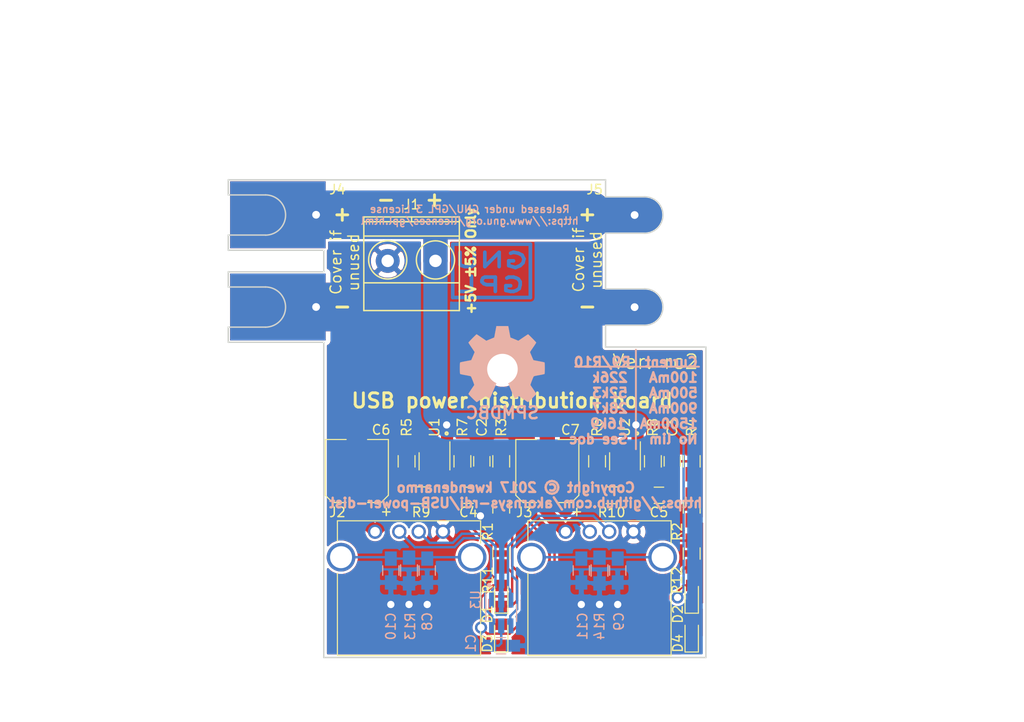
<source format=kicad_pcb>
(kicad_pcb (version 4) (host pcbnew 4.0.7-e2-6376~58~ubuntu16.04.1)
  (title_block (title "USB power dist") (date 2017-05-27) (rev rc1) (company Akornsys-rdi) (comment 1 https://github.com/akornsys-rdi/USB-power-dist) (comment 3 "Copyright © 201 kwendenarmo") (comment 4 "Released under GNU/GPL 3 License https://www.gnu.org/licenses/gpl.html"))
  (layers (0 F.Cu signal) (31 B.Cu signal) (34 B.Paste user) (35 F.Paste user) (36 B.SilkS user) (37 F.SilkS user) (38 B.Mask user) (39 F.Mask user) (44 Edge.Cuts user))
  (net 0 "")
  (net 1 +5V)
  (net 2 GND)
  (net 3 "Net-(C4-Pad1)")
  (net 4 "Net-(C5-Pad1)")
  (net 5 "Net-(C10-Pad1)")
  (net 6 "Net-(C11-Pad1)")
  (net 7 "Net-(D1-Pad1)")
  (net 8 "Net-(D2-Pad1)")
  (net 9 "Net-(D3-Pad2)")
  (net 10 "Net-(D4-Pad2)")
  (net 11 "Net-(J2-Pad3)")
  (net 12 "Net-(J2-Pad2)")
  (net 13 "Net-(J3-Pad3)")
  (net 14 "Net-(J3-Pad2)")
  (net 15 "Net-(R1-Pad1)")
  (net 16 "Net-(R2-Pad1)")
  (net 17 "Net-(R5-Pad1)")
  (net 18 "Net-(R6-Pad1)")
  (net 19 "Net-(R9-Pad1)")
  (net 20 "Net-(R10-Pad1)")
  (module TO_SOT_Packages_SMD:SOT-23-6_Handsoldering (layer F.Cu) (at 144.526 110.49 270)
    (fp_text reference U1 (at -3.556 0 270) (layer F.SilkS))
    (fp_text value TPS2552D hide)
    (pad 1 smd rect (at -1.35 -0.95 270) (size 1.56 0.65) (layers F.Cu F.Paste F.Mask) (net 1 +5V))
    (pad 2 smd rect (at -1.35 0 270) (size 1.56 0.65) (layers F.Cu F.Paste F.Mask) (net 2 GND))
    (pad 3 smd rect (at -1.35 0.95 270) (size 1.56 0.65) (layers F.Cu F.Paste F.Mask) (net 17 "Net-(R5-Pad1)"))
    (pad 4 smd rect (at 1.35 0.95 270) (size 1.56 0.65) (layers F.Cu F.Paste F.Mask) (net 15 "Net-(R1-Pad1)"))
    (pad 6 smd rect (at 1.35 -0.95 270) (size 1.56 0.65) (layers F.Cu F.Paste F.Mask) (net 3 "Net-(C4-Pad1)"))
    (pad 5 smd rect (at 1.35 0 270) (size 1.56 0.65) (layers F.Cu F.Paste F.Mask) (net 19 "Net-(R9-Pad1)"))
  )
  (module Capacitors_SMD:C_0805_HandSoldering (layer F.Cu) (at 149.479 110.49 270)
    (fp_text reference C2 (at -3.556 0 270) (layer F.SilkS))
    (fp_text value 100nF hide)
    (pad 1 smd rect (at -1.25 0 270) (size 1.5 1.25) (layers F.Cu F.Paste F.Mask) (net 1 +5V))
    (pad 2 smd rect (at 1.25 0 270) (size 1.5 1.25) (layers F.Cu F.Paste F.Mask) (net 2 GND))
  )
  (module Wire_Connections_Bridges:WireConnection_2.50mmDrill_LargePad (layer F.Cu) (at 132.2578 84.1756 270)
    (fp_text reference J4 (at -2.1336 -2.1082 360) (layer F.SilkS))
    (fp_text value "CASC IN" hide)
    (pad 1 thru_hole rect (at 0.508 0.127 270) (size 7 10) (drill 0.8128 (offset 0 4)) (layers *.Cu *.Mask) (net 1 +5V))
    (pad 2 thru_hole rect (at 10.16 0.127 270) (size 7 10) (drill 0.8128 (offset 0 4)) (layers *.Cu *.Mask) (net 2 GND))
  )
  (module Capacitors_SMD:C_0805_HandSoldering (layer B.Cu) (at 151.491 129.794)
    (fp_text reference C1 (at -3.155 -0.254 90) (layer B.SilkS) (effects (justify mirror)))
    (fp_text value 100nF hide)
    (pad 1 smd rect (at -1.25 0) (size 1.5 1.25) (layers B.Cu B.Paste B.Mask) (net 1 +5V))
    (pad 2 smd rect (at 1.25 0) (size 1.5 1.25) (layers B.Cu B.Paste B.Mask) (net 2 GND))
  )
  (module Capacitors_SMD:C_0805_HandSoldering (layer F.Cu) (at 169.418 110.49 270)
    (fp_text reference C3 (at -3.556 0 270) (layer F.SilkS))
    (fp_text value 100nF hide)
    (pad 1 smd rect (at -1.25 0 270) (size 1.5 1.25) (layers F.Cu F.Paste F.Mask) (net 1 +5V))
    (pad 2 smd rect (at 1.25 0 270) (size 1.5 1.25) (layers F.Cu F.Paste F.Mask) (net 2 GND))
  )
  (module Capacitors_SMD:C_0805_HandSoldering (layer F.Cu) (at 148.082 114.046)
    (fp_text reference C4 (at 0 1.778) (layer F.SilkS))
    (fp_text value 100nF hide)
    (pad 1 smd rect (at -1.25 0) (size 1.5 1.25) (layers F.Cu F.Paste F.Mask) (net 3 "Net-(C4-Pad1)"))
    (pad 2 smd rect (at 1.25 0) (size 1.5 1.25) (layers F.Cu F.Paste F.Mask) (net 2 GND))
  )
  (module Capacitors_SMD:C_0805_HandSoldering (layer F.Cu) (at 168.021 114.046)
    (fp_text reference C5 (at 0 1.778) (layer F.SilkS))
    (fp_text value 100nF hide)
    (pad 1 smd rect (at -1.25 0) (size 1.5 1.25) (layers F.Cu F.Paste F.Mask) (net 4 "Net-(C5-Pad1)"))
    (pad 2 smd rect (at 1.25 0) (size 1.5 1.25) (layers F.Cu F.Paste F.Mask) (net 2 GND))
  )
  (module Capacitors_SMD:CP_Elec_6.3x5.3 (layer F.Cu) (at 136.398 111.506 90)
    (fp_text reference C6 (at 4.318 2.54 180) (layer F.SilkS))
    (fp_text value 100uF hide)
    (fp_text user + (at -4.28 3.01 90) (layer F.SilkS))
    (pad 1 smd rect (at -2.7 0 270) (size 3.5 1.6) (layers F.Cu F.Paste F.Mask) (net 3 "Net-(C4-Pad1)"))
    (pad 2 smd rect (at 2.7 0 270) (size 3.5 1.6) (layers F.Cu F.Paste F.Mask) (net 2 GND))
  )
  (module Capacitors_SMD:CP_Elec_6.3x5.3 (layer F.Cu) (at 156.337 111.506 90)
    (fp_text reference C7 (at 4.318 2.413 180) (layer F.SilkS))
    (fp_text value 100uF hide)
    (fp_text user + (at -4.28 3.01 90) (layer F.SilkS))
    (pad 1 smd rect (at -2.7 0 270) (size 3.5 1.6) (layers F.Cu F.Paste F.Mask) (net 4 "Net-(C5-Pad1)"))
    (pad 2 smd rect (at 2.7 0 270) (size 3.5 1.6) (layers F.Cu F.Paste F.Mask) (net 2 GND))
  )
  (module Capacitors_SMD:C_0805_HandSoldering (layer B.Cu) (at 143.764 121.92 270)
    (fp_text reference C8 (at 5.334 0 270) (layer B.SilkS) (effects (justify mirror)))
    (fp_text value 1nF hide)
    (pad 1 smd rect (at -1.25 0 270) (size 1.5 1.25) (layers B.Cu B.Paste B.Mask) (net 5 "Net-(C10-Pad1)"))
    (pad 2 smd rect (at 1.25 0 270) (size 1.5 1.25) (layers B.Cu B.Paste B.Mask) (net 2 GND))
  )
  (module Capacitors_SMD:C_0805_HandSoldering (layer B.Cu) (at 163.703 121.92 270)
    (fp_text reference C9 (at 5.334 -0.127 270) (layer B.SilkS) (effects (justify mirror)))
    (fp_text value 1nF hide)
    (pad 1 smd rect (at -1.25 0 270) (size 1.5 1.25) (layers B.Cu B.Paste B.Mask) (net 6 "Net-(C11-Pad1)"))
    (pad 2 smd rect (at 1.25 0 270) (size 1.5 1.25) (layers B.Cu B.Paste B.Mask) (net 2 GND))
  )
  (module Capacitors_SMD:C_0805_HandSoldering (layer B.Cu) (at 139.954 121.92 270)
    (fp_text reference C10 (at 5.842 0 270) (layer B.SilkS) (effects (justify mirror)))
    (fp_text value 100nF hide)
    (pad 1 smd rect (at -1.25 0 270) (size 1.5 1.25) (layers B.Cu B.Paste B.Mask) (net 5 "Net-(C10-Pad1)"))
    (pad 2 smd rect (at 1.25 0 270) (size 1.5 1.25) (layers B.Cu B.Paste B.Mask) (net 2 GND))
  )
  (module Capacitors_SMD:C_0805_HandSoldering (layer B.Cu) (at 159.893 121.92 270)
    (fp_text reference C11 (at 5.842 -0.127 270) (layer B.SilkS) (effects (justify mirror)))
    (fp_text value 100nF hide)
    (pad 1 smd rect (at -1.25 0 270) (size 1.5 1.25) (layers B.Cu B.Paste B.Mask) (net 6 "Net-(C11-Pad1)"))
    (pad 2 smd rect (at 1.25 0 270) (size 1.5 1.25) (layers B.Cu B.Paste B.Mask) (net 2 GND))
  )
  (module LEDs:LED_0805 (layer F.Cu) (at 151.511 124.587 90)
    (fp_text reference D1 (at -1.905 -1.45 90) (layer F.SilkS))
    (fp_text value RED hide)
    (pad 2 smd rect (at 1.1 0 270) (size 1.2 1.2) (layers F.Cu F.Paste F.Mask) (net 1 +5V))
    (pad 1 smd rect (at -1.1 0 270) (size 1.2 1.2) (layers F.Cu F.Paste F.Mask) (net 7 "Net-(D1-Pad1)"))
  )
  (module LEDs:LED_0805 (layer F.Cu) (at 171.45 124.587 90)
    (fp_text reference D2 (at -1.905 -1.45 90) (layer F.SilkS))
    (fp_text value RED hide)
    (pad 2 smd rect (at 1.1 0 270) (size 1.2 1.2) (layers F.Cu F.Paste F.Mask) (net 1 +5V))
    (pad 1 smd rect (at -1.1 0 270) (size 1.2 1.2) (layers F.Cu F.Paste F.Mask) (net 8 "Net-(D2-Pad1)"))
  )
  (module LEDs:LED_0805 (layer F.Cu) (at 151.511 128.651 90)
    (fp_text reference D3 (at -0.889 -1.45 90) (layer F.SilkS))
    (fp_text value BLUE hide)
    (pad 2 smd rect (at 1.1 0 270) (size 1.2 1.2) (layers F.Cu F.Paste F.Mask) (net 9 "Net-(D3-Pad2)"))
    (pad 1 smd rect (at -1.1 0 270) (size 1.2 1.2) (layers F.Cu F.Paste F.Mask) (net 2 GND))
  )
  (module LEDs:LED_0805 (layer F.Cu) (at 171.45 128.651 90)
    (fp_text reference D4 (at -0.889 -1.45 90) (layer F.SilkS))
    (fp_text value BLUE hide)
    (pad 2 smd rect (at 1.1 0 270) (size 1.2 1.2) (layers F.Cu F.Paste F.Mask) (net 10 "Net-(D4-Pad2)"))
    (pad 1 smd rect (at -1.1 0 270) (size 1.2 1.2) (layers F.Cu F.Paste F.Mask) (net 2 GND))
  )
  (module Connect:USB_A (layer F.Cu) (at 138.303 117.856)
    (fp_text reference J2 (at -3.937 -2.032) (layer F.SilkS))
    (fp_text value USB_A hide)
    (pad 4 thru_hole circle (at 7.11 0 270) (size 1.5 1.5) (drill 1) (layers *.Cu *.Mask) (net 2 GND))
    (pad 3 thru_hole circle (at 4.57 0 270) (size 1.5 1.5) (drill 1) (layers *.Cu *.Mask) (net 11 "Net-(J2-Pad3)"))
    (pad 2 thru_hole circle (at 2.54 0 270) (size 1.5 1.5) (drill 1) (layers *.Cu *.Mask) (net 12 "Net-(J2-Pad2)"))
    (pad 1 thru_hole circle (at 0 0 270) (size 1.5 1.5) (drill 1) (layers *.Cu *.Mask) (net 3 "Net-(C4-Pad1)"))
    (pad 5 thru_hole circle (at 10.16 2.67 270) (size 3 3) (drill 2.3) (layers *.Cu *.Mask) (net 5 "Net-(C10-Pad1)"))
    (pad 5 thru_hole circle (at -3.56 2.67 270) (size 3 3) (drill 2.3) (layers *.Cu *.Mask) (net 5 "Net-(C10-Pad1)"))
  )
  (module Connect:USB_A (layer F.Cu) (at 158.242 117.856)
    (fp_text reference J3 (at -4.318 -2.032) (layer F.SilkS))
    (fp_text value USB_A hide)
    (pad 4 thru_hole circle (at 7.11 0 270) (size 1.5 1.5) (drill 1) (layers *.Cu *.Mask) (net 2 GND))
    (pad 3 thru_hole circle (at 4.57 0 270) (size 1.5 1.5) (drill 1) (layers *.Cu *.Mask) (net 13 "Net-(J3-Pad3)"))
    (pad 2 thru_hole circle (at 2.54 0 270) (size 1.5 1.5) (drill 1) (layers *.Cu *.Mask) (net 14 "Net-(J3-Pad2)"))
    (pad 1 thru_hole circle (at 0 0 270) (size 1.5 1.5) (drill 1) (layers *.Cu *.Mask) (net 4 "Net-(C5-Pad1)"))
    (pad 5 thru_hole circle (at 10.16 2.67 270) (size 3 3) (drill 2.3) (layers *.Cu *.Mask) (net 6 "Net-(C11-Pad1)"))
    (pad 5 thru_hole circle (at -3.56 2.67 270) (size 3 3) (drill 2.3) (layers *.Cu *.Mask) (net 6 "Net-(C11-Pad1)"))
  )
  (module Wire_Connections_Bridges:WireConnection_2.50mmDrill_LargePad (layer F.Cu) (at 167.005 84.709 270)
    (fp_text reference J5 (at -2.667 5.715 360) (layer F.SilkS))
    (fp_text value "CASC OUT" hide)
    (pad 1 thru_hole oval (at 0 1.532 270) (size 3.8 6) (drill 0.8128) (layers *.Cu *.Mask) (net 1 +5V))
    (pad 2 thru_hole oval (at 9.643 1.532 270) (size 3.8 6) (drill 0.8128) (layers *.Cu *.Mask) (net 2 GND))
  )
  (module Resistors_SMD:R_0805_HandSoldering (layer F.Cu) (at 151.511 115.316 270)
    (fp_text reference R1 (at 2.54 1.397 450) (layer F.SilkS))
    (fp_text value 470R hide)
    (pad 1 smd rect (at -1.35 0 270) (size 1.5 1.3) (layers F.Cu F.Paste F.Mask) (net 15 "Net-(R1-Pad1)"))
    (pad 2 smd rect (at 1.35 0 270) (size 1.5 1.3) (layers F.Cu F.Paste F.Mask) (net 7 "Net-(D1-Pad1)"))
  )
  (module Resistors_SMD:R_0805_HandSoldering (layer F.Cu) (at 171.45 115.316 270)
    (fp_text reference R2 (at 2.54 1.524 450) (layer F.SilkS))
    (fp_text value 470R hide)
    (pad 1 smd rect (at -1.35 0 270) (size 1.5 1.3) (layers F.Cu F.Paste F.Mask) (net 16 "Net-(R2-Pad1)"))
    (pad 2 smd rect (at 1.35 0 270) (size 1.5 1.3) (layers F.Cu F.Paste F.Mask) (net 8 "Net-(D2-Pad1)"))
  )
  (module Resistors_SMD:R_0805_HandSoldering (layer F.Cu) (at 151.511 110.49 270)
    (fp_text reference R3 (at -3.556 0 450) (layer F.SilkS))
    (fp_text value 100k hide)
    (pad 1 smd rect (at -1.35 0 270) (size 1.5 1.3) (layers F.Cu F.Paste F.Mask) (net 1 +5V))
    (pad 2 smd rect (at 1.35 0 270) (size 1.5 1.3) (layers F.Cu F.Paste F.Mask) (net 15 "Net-(R1-Pad1)"))
  )
  (module Resistors_SMD:R_0805_HandSoldering (layer F.Cu) (at 171.45 110.49 270)
    (fp_text reference R4 (at -3.556 0 450) (layer F.SilkS))
    (fp_text value 100k hide)
    (pad 1 smd rect (at -1.35 0 270) (size 1.5 1.3) (layers F.Cu F.Paste F.Mask) (net 1 +5V))
    (pad 2 smd rect (at 1.35 0 270) (size 1.5 1.3) (layers F.Cu F.Paste F.Mask) (net 16 "Net-(R2-Pad1)"))
  )
  (module Resistors_SMD:R_0805_HandSoldering (layer F.Cu) (at 141.605 110.49 270)
    (fp_text reference R5 (at -3.556 0 270) (layer F.SilkS))
    (fp_text value 0R hide)
    (pad 1 smd rect (at -1.35 0 270) (size 1.5 1.3) (layers F.Cu F.Paste F.Mask) (net 17 "Net-(R5-Pad1)"))
    (pad 2 smd rect (at 1.35 0 270) (size 1.5 1.3) (layers F.Cu F.Paste F.Mask) (net 2 GND))
  )
  (module Resistors_SMD:R_0805_HandSoldering (layer F.Cu) (at 161.544 110.49 270)
    (fp_text reference R6 (at -3.556 0 270) (layer F.SilkS))
    (fp_text value 0R hide)
    (pad 1 smd rect (at -1.35 0 270) (size 1.5 1.3) (layers F.Cu F.Paste F.Mask) (net 18 "Net-(R6-Pad1)"))
    (pad 2 smd rect (at 1.35 0 270) (size 1.5 1.3) (layers F.Cu F.Paste F.Mask) (net 2 GND))
  )
  (module Resistors_SMD:R_0805_HandSoldering (layer F.Cu) (at 147.447 110.49 270)
    (fp_text reference R7 (at -3.556 0 270) (layer F.SilkS))
    (fp_text value 0R hide)
    (pad 1 smd rect (at -1.35 0 270) (size 1.5 1.3) (layers F.Cu F.Paste F.Mask) (net 1 +5V))
    (pad 2 smd rect (at 1.35 0 270) (size 1.5 1.3) (layers F.Cu F.Paste F.Mask) (net 3 "Net-(C4-Pad1)"))
  )
  (module Resistors_SMD:R_0805_HandSoldering (layer F.Cu) (at 167.386 110.49 270)
    (fp_text reference R8 (at -3.556 0 270) (layer F.SilkS))
    (fp_text value 0R hide)
    (pad 1 smd rect (at -1.35 0 270) (size 1.5 1.3) (layers F.Cu F.Paste F.Mask) (net 1 +5V))
    (pad 2 smd rect (at 1.35 0 270) (size 1.5 1.3) (layers F.Cu F.Paste F.Mask) (net 4 "Net-(C5-Pad1)"))
  )
  (module Resistors_SMD:R_0805_HandSoldering (layer F.Cu) (at 143.129 114.046 180)
    (fp_text reference R9 (at 0 -1.778 180) (layer F.SilkS))
    (fp_text value 16k9 hide)
    (pad 1 smd rect (at -1.35 0 180) (size 1.5 1.3) (layers F.Cu F.Paste F.Mask) (net 19 "Net-(R9-Pad1)"))
    (pad 2 smd rect (at 1.35 0 180) (size 1.5 1.3) (layers F.Cu F.Paste F.Mask) (net 2 GND))
  )
  (module Resistors_SMD:R_0805_HandSoldering (layer F.Cu) (at 163.068 114.046 180)
    (fp_text reference R10 (at 0 -1.778 180) (layer F.SilkS))
    (fp_text value 16k9 hide)
    (pad 1 smd rect (at -1.35 0 180) (size 1.5 1.3) (layers F.Cu F.Paste F.Mask) (net 20 "Net-(R10-Pad1)"))
    (pad 2 smd rect (at 1.35 0 180) (size 1.5 1.3) (layers F.Cu F.Paste F.Mask) (net 2 GND))
  )
  (module Resistors_SMD:R_0805_HandSoldering (layer F.Cu) (at 151.511 120.142 270)
    (fp_text reference R11 (at 2.794 1.397 450) (layer F.SilkS))
    (fp_text value 330R hide)
    (pad 1 smd rect (at -1.35 0 270) (size 1.5 1.3) (layers F.Cu F.Paste F.Mask) (net 3 "Net-(C4-Pad1)"))
    (pad 2 smd rect (at 1.35 0 270) (size 1.5 1.3) (layers F.Cu F.Paste F.Mask) (net 9 "Net-(D3-Pad2)"))
  )
  (module Resistors_SMD:R_0805_HandSoldering (layer F.Cu) (at 171.45 120.142 270)
    (fp_text reference R12 (at 2.794 1.524 450) (layer F.SilkS))
    (fp_text value 330R hide)
    (pad 1 smd rect (at -1.35 0 270) (size 1.5 1.3) (layers F.Cu F.Paste F.Mask) (net 4 "Net-(C5-Pad1)"))
    (pad 2 smd rect (at 1.35 0 270) (size 1.5 1.3) (layers F.Cu F.Paste F.Mask) (net 10 "Net-(D4-Pad2)"))
  )
  (module Resistors_SMD:R_0805_HandSoldering (layer B.Cu) (at 141.859 121.92 270)
    (fp_text reference R13 (at 5.842 -0.127 270) (layer B.SilkS) (effects (justify mirror)))
    (fp_text value 1M hide)
    (pad 1 smd rect (at -1.35 0 270) (size 1.5 1.3) (layers B.Cu B.Paste B.Mask) (net 5 "Net-(C10-Pad1)"))
    (pad 2 smd rect (at 1.35 0 270) (size 1.5 1.3) (layers B.Cu B.Paste B.Mask) (net 2 GND))
  )
  (module Resistors_SMD:R_0805_HandSoldering (layer B.Cu) (at 161.798 121.92 270)
    (fp_text reference R14 (at 5.842 0 270) (layer B.SilkS) (effects (justify mirror)))
    (fp_text value 1M hide)
    (pad 1 smd rect (at -1.35 0 270) (size 1.5 1.3) (layers B.Cu B.Paste B.Mask) (net 6 "Net-(C11-Pad1)"))
    (pad 2 smd rect (at 1.35 0 270) (size 1.5 1.3) (layers B.Cu B.Paste B.Mask) (net 2 GND))
  )
  (module TO_SOT_Packages_SMD:SOT-23-6_Handsoldering (layer F.Cu) (at 164.465 110.49 270)
    (fp_text reference U2 (at -3.556 0 270) (layer F.SilkS))
    (fp_text value TPS2552D hide)
    (pad 1 smd rect (at -1.35 -0.95 270) (size 1.56 0.65) (layers F.Cu F.Paste F.Mask) (net 1 +5V))
    (pad 2 smd rect (at -1.35 0 270) (size 1.56 0.65) (layers F.Cu F.Paste F.Mask) (net 2 GND))
    (pad 3 smd rect (at -1.35 0.95 270) (size 1.56 0.65) (layers F.Cu F.Paste F.Mask) (net 18 "Net-(R6-Pad1)"))
    (pad 4 smd rect (at 1.35 0.95 270) (size 1.56 0.65) (layers F.Cu F.Paste F.Mask) (net 16 "Net-(R2-Pad1)"))
    (pad 6 smd rect (at 1.35 -0.95 270) (size 1.56 0.65) (layers F.Cu F.Paste F.Mask) (net 4 "Net-(C5-Pad1)"))
    (pad 5 smd rect (at 1.35 0 270) (size 1.56 0.65) (layers F.Cu F.Paste F.Mask) (net 20 "Net-(R10-Pad1)"))
  )
  (module TO_SOT_Packages_SMD:SOT-23-6_Handsoldering (layer B.Cu) (at 151.511 126.365 270)
    (fp_text reference U3 (at -1.397 2.667 450) (layer B.SilkS) (effects (justify mirror)))
    (fp_text value TPS2513 hide)
    (pad 1 smd rect (at -1.35 0.95 270) (size 1.56 0.65) (layers B.Cu B.Paste B.Mask) (net 11 "Net-(J2-Pad3)"))
    (pad 2 smd rect (at -1.35 0 270) (size 1.56 0.65) (layers B.Cu B.Paste B.Mask) (net 2 GND))
    (pad 3 smd rect (at -1.35 -0.95 270) (size 1.56 0.65) (layers B.Cu B.Paste B.Mask) (net 13 "Net-(J3-Pad3)"))
    (pad 4 smd rect (at 1.35 -0.95 270) (size 1.56 0.65) (layers B.Cu B.Paste B.Mask) (net 14 "Net-(J3-Pad2)"))
    (pad 6 smd rect (at 1.35 0.95 270) (size 1.56 0.65) (layers B.Cu B.Paste B.Mask) (net 12 "Net-(J2-Pad2)"))
    (pad 5 smd rect (at 1.35 0 270) (size 1.56 0.65) (layers B.Cu B.Paste B.Mask) (net 1 +5V))
  )
  (module Mounting_Holes:MountingHole_3.2mm_M3_DIN965 (layer F.Cu) (at 151.638 100.838)
    (fp_text reference REF** hide)
    (fp_text value MountingHole_3.2mm_M3_DIN965 hide)
    (pad 1 np_thru_hole circle (at 0 0) (size 3.2 3.2) (drill 3.2) (layers *.Cu *.Mask))
  )
  (module Symbols:Symbol_GNU-GPL_CopperTop_Small (layer B.Cu) (at 150.495 90.805 180)
    (fp_text reference REF** hide)
    (fp_text value Symbol_GNU-GPL_CopperTop_Small hide)
    (fp_line (start 2.10058 -0.29972) (end 2.10058 -1.89992) (layer B.Cu) (width 0.381))
    (fp_line (start 2.10058 -1.89992) (end 3.29946 -1.89992) (layer B.Cu) (width 0.381))
    (fp_line (start -0.39878 -1.89992) (end -0.39878 -0.39878) (layer B.Cu) (width 0.381))
    (fp_line (start -0.39878 -0.39878) (end 0.50038 -0.39878) (layer B.Cu) (width 0.381))
    (fp_line (start 0.50038 -0.39878) (end 0.70104 -0.39878) (layer B.Cu) (width 0.381))
    (fp_line (start 0.70104 -0.39878) (end 0.89916 -0.50038) (layer B.Cu) (width 0.381))
    (fp_line (start 0.89916 -0.50038) (end 1.00076 -0.70104) (layer B.Cu) (width 0.381))
    (fp_line (start 1.00076 -0.70104) (end 1.00076 -0.89916) (layer B.Cu) (width 0.381))
    (fp_line (start 1.00076 -0.89916) (end 0.8001 -1.09982) (layer B.Cu) (width 0.381))
    (fp_line (start 0.8001 -1.09982) (end 0.50038 -1.19888) (layer B.Cu) (width 0.381))
    (fp_line (start 0.50038 -1.19888) (end -0.39878 -1.19888) (layer B.Cu) (width 0.381))
    (fp_line (start -1.6002 -0.50038) (end -1.80086 -0.39878) (layer B.Cu) (width 0.381))
    (fp_line (start -1.80086 -0.39878) (end -2.30124 -0.39878) (layer B.Cu) (width 0.381))
    (fp_line (start -2.30124 -0.39878) (end -2.60096 -0.50038) (layer B.Cu) (width 0.381))
    (fp_line (start -2.60096 -0.50038) (end -2.79908 -0.59944) (layer B.Cu) (width 0.381))
    (fp_line (start -2.79908 -0.59944) (end -2.99974 -0.89916) (layer B.Cu) (width 0.381))
    (fp_line (start -2.99974 -0.89916) (end -2.99974 -1.19888) (layer B.Cu) (width 0.381))
    (fp_line (start -2.99974 -1.19888) (end -2.90068 -1.6002) (layer B.Cu) (width 0.381))
    (fp_line (start -2.90068 -1.6002) (end -2.60096 -1.80086) (layer B.Cu) (width 0.381))
    (fp_line (start -2.60096 -1.80086) (end -2.30124 -1.89992) (layer B.Cu) (width 0.381))
    (fp_line (start -2.30124 -1.89992) (end -1.99898 -1.89992) (layer B.Cu) (width 0.381))
    (fp_line (start -1.99898 -1.89992) (end -1.50114 -1.80086) (layer B.Cu) (width 0.381))
    (fp_line (start -1.50114 -1.80086) (end -1.50114 -1.30048) (layer B.Cu) (width 0.381))
    (fp_line (start -1.50114 -1.30048) (end -1.99898 -1.30048) (layer B.Cu) (width 0.381))
    (fp_line (start 1.80086 2.19964) (end 1.80086 0.89916) (layer B.Cu) (width 0.381))
    (fp_line (start 1.80086 0.89916) (end 2.10058 0.70104) (layer B.Cu) (width 0.381))
    (fp_line (start 2.10058 0.70104) (end 2.4003 0.70104) (layer B.Cu) (width 0.381))
    (fp_line (start 2.4003 0.70104) (end 2.79908 0.70104) (layer B.Cu) (width 0.381))
    (fp_line (start 2.79908 0.70104) (end 3.0988 0.8001) (layer B.Cu) (width 0.381))
    (fp_line (start 3.0988 0.8001) (end 3.29946 0.89916) (layer B.Cu) (width 0.381))
    (fp_line (start 3.29946 0.89916) (end 3.29946 2.19964) (layer B.Cu) (width 0.381))
    (fp_line (start -0.8001 0.70104) (end -0.8001 2.19964) (layer B.Cu) (width 0.381))
    (fp_line (start -0.8001 2.19964) (end 0.70104 0.70104) (layer B.Cu) (width 0.381))
    (fp_line (start 0.70104 0.70104) (end 0.70104 2.19964) (layer B.Cu) (width 0.381))
    (fp_line (start -1.99898 2.10058) (end -2.30124 2.19964) (layer B.Cu) (width 0.381))
    (fp_line (start -2.30124 2.19964) (end -2.79908 2.10058) (layer B.Cu) (width 0.381))
    (fp_line (start -2.79908 2.10058) (end -3.2004 1.89992) (layer B.Cu) (width 0.381))
    (fp_line (start -3.2004 1.89992) (end -3.40106 1.50114) (layer B.Cu) (width 0.381))
    (fp_line (start -3.40106 1.50114) (end -3.29946 1.09982) (layer B.Cu) (width 0.381))
    (fp_line (start -3.29946 1.09982) (end -2.99974 0.8001) (layer B.Cu) (width 0.381))
    (fp_line (start -2.99974 0.8001) (end -2.49936 0.59944) (layer B.Cu) (width 0.381))
    (fp_line (start -2.49936 0.59944) (end -1.80086 0.8001) (layer B.Cu) (width 0.381))
    (fp_line (start -1.80086 0.8001) (end -1.80086 1.30048) (layer B.Cu) (width 0.381))
    (fp_line (start -1.80086 1.30048) (end -2.30124 1.30048) (layer B.Cu) (width 0.381))
    (fp_line (start -4.064 3.048) (end 4.064 3.048) (layer B.Cu) (width 0.381))
    (fp_line (start 4.064 3.048) (end 4.064 -2.54) (layer B.Cu) (width 0.381))
    (fp_line (start 4.064 -2.54) (end -4.064 -2.54) (layer B.Cu) (width 0.381))
    (fp_line (start -4.064 -2.54) (end -4.064 3.048) (layer B.Cu) (width 0.381))
  )
  (module Symbols:OSHW-Symbol_8.9x8mm_SilkScreen (layer B.Cu) (at 151.638 100.33 180)
    (fp_text reference REF*** hide)
    (fp_text value OSHW-Symbol_8.9x8mm_SilkScreen hide)
  )
  (module Terminal_Blocks:TerminalBlock_Pheonix_MKDS1.5-2pol (layer F.Cu) (at 144.6276 89.5096 180)
    (fp_text reference J1 (at 2.5 5.9 180) (layer F.SilkS))
    (fp_text value "POWER IN")
    (pad 1 thru_hole rect (at 0 0 180) (size 2.5 2.5) (drill 1.3) (layers *.Cu *.Mask) (net 1 +5V))
    (pad 2 thru_hole circle (at 5 0 180) (size 2.5 2.5) (drill 1.3) (layers *.Cu *.Mask) (net 2 GND))
  )
  (gr_text "Ver. rc2" (at 167.64 100.076) (layer F.SilkS) (effects (font (size 1.5 1.5))))
  (gr_line (start 165.608 98.806) (end 165.608 109.22) (layer B.SilkS) (width 0.2))
  (gr_line (start 172.212 100.584) (end 159.258 100.584) (layer B.SilkS) (width 0.2))
  (gr_circle (center 150.241 123.444) (end 150.368 123.444) (layer B.SilkS) (width 0.2))
  (gr_text "Current  R9/R10\n100mA   226k\n500mA   52k3\n900mA   28k7\n1500mA  16k9\nNo lim   See doc" (at 172.212 104.14) (layer B.SilkS) (effects (font (size 1 1) (thickness 0.25)) (justify left mirror)))
  (gr_circle (center 165.735 107.569) (end 165.862 107.569) (layer F.SilkS) (width 0.2))
  (gr_circle (center 145.796 107.569) (end 145.923 107.569) (layer F.SilkS) (width 0.2))
  (gr_text SPMDBC (at 151.638 105.41) (layer B.SilkS) (effects (font (size 1.25 1.25) (thickness 0.25)) (justify mirror)))
  (gr_text "Copyright © 2017 kwendenarmo\nhttps://github.com/akornsys-rdi/USB-power-dist" (at 153.035 114.046) (layer B.SilkS) (effects (font (size 1 1) (thickness 0.25)) (justify mirror)))
  (gr_text "Released under GNU/GPL 3 License\nhttps://www.gnu.org/licenses/gpl.html" (at 148.209 84.709) (layer B.SilkS) (effects (font (size 0.762 0.762)) (justify mirror)))
  (gr_text "USB power distribution board" (at 152.654 104.14) (layer F.SilkS) (effects (font (size 1.5 1.5) (thickness 0.3))))
  (gr_text - (at 139.446 83.058) (layer F.SilkS) (effects (font (size 1.5 1.5) (thickness 0.3))))
  (gr_text + (at 144.526 83.058) (layer F.SilkS) (effects (font (size 1.5 1.5) (thickness 0.3))))
  (gr_text "Cover if\nunused" (at 135.128 89.662 90) (layer F.SilkS) (effects (font (size 1.143 1.143))))
  (gr_text "+5V ±5% Only\n" (at 148.336 95.25 90) (layer F.SilkS) (effects (font (size 1 1) (thickness 0.25)) (justify left)))
  (gr_text "Cover if\nunused" (at 160.528 89.408 90) (layer F.SilkS) (effects (font (size 1.143 1.143))))
  (gr_text - (at 134.874 94.234) (layer F.SilkS) (effects (font (size 1.5 1.5) (thickness 0.3))))
  (gr_text + (at 134.874 84.582) (layer F.SilkS) (effects (font (size 1.5 1.5) (thickness 0.3))))
  (gr_text - (at 160.528 94.234) (layer F.SilkS) (effects (font (size 1.5 1.5) (thickness 0.3))))
  (gr_text + (at 160.528 84.582) (layer F.SilkS) (effects (font (size 1.5 1.5) (thickness 0.3))))
  (gr_line (start 162.433 96.243) (end 166.533 96.243) (layer Edge.Cuts) (width 0.15))
  (gr_line (start 162.433 98.526) (end 162.433 96.243) (layer Edge.Cuts) (width 0.15))
  (gr_line (start 162.433 92.443) (end 166.533 92.443) (layer Edge.Cuts) (width 0.15))
  (gr_line (start 162.433 86.606) (end 162.433 92.443) (layer Edge.Cuts) (width 0.15))
  (gr_line (start 166.533 86.606) (end 162.433 86.606) (layer Edge.Cuts) (width 0.15))
  (gr_line (start 162.433 82.806) (end 166.533 82.806) (layer Edge.Cuts) (width 0.15))
  (gr_line (start 162.433 81.026) (end 162.433 82.806) (layer Edge.Cuts) (width 0.15))
  (gr_arc (start 166.533 84.709) (end 166.533 82.806) (angle 180) (layer Edge.Cuts) (width 0.15))
  (gr_arc (start 166.533 94.343) (end 166.533 92.443) (angle 180) (layer Edge.Cuts) (width 0.15))
  (gr_line (start 122.936 96.443) (end 126.836 96.443) (layer Edge.Cuts) (width 0.15))
  (gr_line (start 122.936 98.026) (end 122.936 96.443) (layer Edge.Cuts) (width 0.15))
  (gr_line (start 122.936 92.243) (end 126.836 92.243) (layer Edge.Cuts) (width 0.15))
  (gr_line (start 122.936 90.66) (end 122.936 92.243) (layer Edge.Cuts) (width 0.15))
  (gr_line (start 122.936 86.806) (end 126.836 86.806) (layer Edge.Cuts) (width 0.15))
  (gr_line (start 122.936 88.392) (end 122.936 86.806) (layer Edge.Cuts) (width 0.15))
  (gr_line (start 122.936 82.606) (end 126.836 82.606) (layer Edge.Cuts) (width 0.15))
  (gr_line (start 122.936 81.026) (end 122.936 82.606) (layer Edge.Cuts) (width 0.15))
  (gr_arc (start 126.836 84.709) (end 126.836 82.606) (angle 180) (layer Edge.Cuts) (width 0.15))
  (gr_arc (start 126.836 94.343) (end 126.836 92.243) (angle 180) (layer Edge.Cuts) (width 0.15))
  (gr_line (start 162.433 98.526) (end 172.936 98.526) (angle 90) (layer Edge.Cuts) (width 0.15))
  (gr_line (start 122.936 81.026) (end 162.433 81.026) (angle 90) (layer Edge.Cuts) (width 0.15))
  (gr_line (start 172.936 131.026) (end 172.936 98.526) (angle 90) (layer Edge.Cuts) (width 0.15))
  (gr_line (start 132.936 131.026) (end 172.936 131.026) (angle 90) (layer Edge.Cuts) (width 0.15))
  (gr_line (start 132.936 98.026) (end 132.936 131.026) (angle 90) (layer Edge.Cuts) (width 0.15))
  (gr_line (start 122.936 98.026) (end 132.936 98.026) (angle 90) (layer Edge.Cuts) (width 0.15))
  (gr_line (start 132.936 90.66) (end 122.936 90.66) (angle 90) (layer Edge.Cuts) (width 0.15))
  (gr_line (start 132.936 88.392) (end 132.936 90.66) (angle 90) (layer Edge.Cuts) (width 0.15))
  (gr_line (start 122.936 88.392) (end 132.936 88.392) (angle 90) (layer Edge.Cuts) (width 0.15))
  (segment (start 169.965944 124.739764) (end 170.600943 124.104765) (width 0.254) (layer B.Cu) (net 1))
  (segment (start 170.600943 124.104765) (end 170.600943 108.116943) (width 0.254) (layer B.Cu) (net 1))
  (segment (start 170.600943 108.116943) (end 169.164 106.68) (width 0.254) (layer B.Cu) (net 1))
  (segment (start 169.164 106.68) (end 165.608 106.68) (width 0.254) (layer B.Cu) (net 1))
  (segment (start 144.6276 89.5096) (end 144.6276 105.5116) (width 2.54) (layer B.Cu) (net 1))
  (segment (start 144.6276 105.5116) (end 145.796 106.68) (width 2.54) (layer B.Cu) (net 1))
  (segment (start 165.608 106.68) (end 145.796 106.68) (width 2.54) (layer B.Cu) (net 1))
  (segment (start 165.782 109.14) (end 165.782 106.854) (width 1.27) (layer F.Cu) (net 1))
  (segment (start 165.782 106.854) (end 165.608 106.68) (width 1.27) (layer F.Cu) (net 1))
  (via (at 165.608 106.68) (size 1.27) (drill 0.762) (layers F.Cu B.Cu) (net 1))
  (segment (start 145.843 109.14) (end 145.843 106.727) (width 1.27) (layer F.Cu) (net 1))
  (segment (start 145.843 106.727) (end 145.796 106.68) (width 1.27) (layer F.Cu) (net 1))
  (via (at 145.796 106.68) (size 1.27) (drill 0.762) (layers F.Cu B.Cu) (net 1))
  (segment (start 149.397778 127.891267) (end 150.032777 128.526266) (width 0.254) (layer F.Cu) (net 1))
  (segment (start 150.032777 128.526266) (end 152.397734 128.526266) (width 0.254) (layer F.Cu) (net 1))
  (segment (start 152.397734 128.526266) (end 153.683999 127.240001) (width 0.254) (layer F.Cu) (net 1))
  (segment (start 153.683999 127.240001) (end 153.683999 125.030254) (width 0.254) (layer F.Cu) (net 1))
  (segment (start 153.683999 125.030254) (end 157.09107 121.623183) (width 0.254) (layer F.Cu) (net 1))
  (segment (start 157.09107 121.623183) (end 157.09107 119.532733) (width 0.254) (layer F.Cu) (net 1))
  (segment (start 152.190629 109.14) (end 151.511 109.14) (width 0.254) (layer F.Cu) (net 1))
  (segment (start 157.09107 119.532733) (end 152.682641 115.124304) (width 0.254) (layer F.Cu) (net 1))
  (segment (start 152.682641 115.124304) (end 152.682641 109.632012) (width 0.254) (layer F.Cu) (net 1))
  (segment (start 152.682641 109.632012) (end 152.190629 109.14) (width 0.254) (layer F.Cu) (net 1))
  (segment (start 147.447 109.14) (end 145.843 109.14) (width 1.27) (layer F.Cu) (net 1))
  (segment (start 147.447 109.14) (end 149.379 109.14) (width 1.27) (layer F.Cu) (net 1))
  (segment (start 149.379 109.14) (end 149.479 109.24) (width 1.27) (layer F.Cu) (net 1))
  (segment (start 151.511 109.14) (end 149.579 109.14) (width 1.27) (layer F.Cu) (net 1))
  (segment (start 149.579 109.14) (end 149.479 109.24) (width 1.27) (layer F.Cu) (net 1))
  (segment (start 167.386 109.14) (end 165.782 109.14) (width 1.27) (layer F.Cu) (net 1))
  (segment (start 167.386 109.14) (end 169.318 109.14) (width 1.27) (layer F.Cu) (net 1))
  (segment (start 169.318 109.14) (end 169.418 109.24) (width 1.27) (layer F.Cu) (net 1))
  (segment (start 171.45 109.14) (end 169.518 109.14) (width 1.27) (layer F.Cu) (net 1))
  (segment (start 169.518 109.14) (end 169.418 109.24) (width 1.27) (layer F.Cu) (net 1))
  (segment (start 132.1308 84.6836) (end 145.7706 84.6836) (width 5.08) (layer B.Cu) (net 1))
  (segment (start 132.1308 84.6836) (end 144.5514 84.6836) (width 5.08) (layer F.Cu) (net 1))
  (segment (start 165.973 84.709) (end 160.655 84.709) (width 3.81) (layer F.Cu) (net 1))
  (segment (start 144.6276 84.709) (end 160.655 84.709) (width 5.08) (layer F.Cu) (net 1))
  (segment (start 165.973 84.709) (end 160.655 84.709) (width 3.81) (layer B.Cu) (net 1))
  (segment (start 145.796 84.709) (end 160.655 84.709) (width 5.08) (layer B.Cu) (net 1))
  (segment (start 144.6276 89.5096) (end 144.6276 85.8774) (width 2.54) (layer B.Cu) (net 1))
  (segment (start 144.6276 89.5096) (end 144.6276 84.7598) (width 2.54) (layer F.Cu) (net 1))
  (segment (start 150.241 129.794) (end 150.241 129.655852) (width 0.254) (layer B.Cu) (net 1))
  (segment (start 150.241 129.655852) (end 149.397778 128.81263) (width 0.254) (layer B.Cu) (net 1))
  (segment (start 149.397778 128.81263) (end 149.397778 128.789292) (width 0.254) (layer B.Cu) (net 1))
  (segment (start 149.397778 128.789292) (end 149.397778 127.891267) (width 0.254) (layer B.Cu) (net 1))
  (segment (start 149.397778 126.993242) (end 149.397778 127.891267) (width 0.254) (layer F.Cu) (net 1))
  (segment (start 149.397778 124.746222) (end 149.397778 126.993242) (width 0.254) (layer F.Cu) (net 1))
  (segment (start 150.657 123.487) (end 149.397778 124.746222) (width 0.254) (layer F.Cu) (net 1))
  (segment (start 151.511 123.487) (end 150.657 123.487) (width 0.254) (layer F.Cu) (net 1))
  (via (at 149.397778 127.891267) (size 1.27) (drill 0.762) (layers F.Cu B.Cu) (net 1))
  (segment (start 169.965944 124.117056) (end 169.965944 124.739764) (width 0.254) (layer F.Cu) (net 1))
  (segment (start 170.596 123.487) (end 169.965944 124.117056) (width 0.254) (layer F.Cu) (net 1))
  (segment (start 171.45 123.487) (end 170.596 123.487) (width 0.254) (layer F.Cu) (net 1))
  (via (at 169.965944 124.739764) (size 1.27) (drill 0.762) (layers F.Cu B.Cu) (net 1))
  (segment (start 171.45 109.24) (end 171.45 109.14) (width 0.635) (layer F.Cu) (net 1))
  (segment (start 150.241 129.794) (end 151.245 129.794) (width 0.254) (layer B.Cu) (net 1))
  (segment (start 151.511 128.749) (end 151.511 127.715) (width 0.254) (layer B.Cu) (net 1))
  (segment (start 151.245 129.794) (end 151.511 129.528) (width 0.254) (layer B.Cu) (net 1))
  (segment (start 151.511 129.528) (end 151.511 128.749) (width 0.254) (layer B.Cu) (net 1))
  (segment (start 149.332 116.200199) (end 149.330626 116.201573) (width 0.254) (layer F.Cu) (net 2))
  (segment (start 149.454199 116.078) (end 149.330626 116.201573) (width 0.254) (layer B.Cu) (net 2))
  (segment (start 149.332 114.046) (end 149.332 116.200199) (width 0.254) (layer F.Cu) (net 2))
  (segment (start 149.606 116.078) (end 149.454199 116.078) (width 0.254) (layer B.Cu) (net 2))
  (via (at 149.330626 116.201573) (size 1.27) (drill 0.762) (layers F.Cu B.Cu) (net 2))
  (segment (start 132.1308 94.3356) (end 133.7056 94.3356) (width 5.08) (layer F.Cu) (net 2))
  (segment (start 132.1308 94.3356) (end 133.7056 94.3356) (width 5.08) (layer B.Cu) (net 2))
  (segment (start 165.973 94.361) (end 161.417 94.361) (width 3.81) (layer B.Cu) (net 2))
  (segment (start 165.973 94.361) (end 161.417 94.361) (width 3.81) (layer F.Cu) (net 2))
  (segment (start 161.798 125.476) (end 161.798 123.27) (width 0.508) (layer B.Cu) (net 2))
  (segment (start 163.703 125.476) (end 163.703 123.17) (width 0.508) (layer B.Cu) (net 2))
  (segment (start 161.798 125.476) (end 163.703 125.476) (width 1.27) (layer F.Cu) (net 2))
  (via (at 163.703 125.476) (size 1.27) (drill 0.762) (layers F.Cu B.Cu) (net 2))
  (via (at 161.798 125.476) (size 1.27) (drill 0.762) (layers F.Cu B.Cu) (net 2))
  (segment (start 159.893 125.476) (end 161.798 125.476) (width 1.27) (layer F.Cu) (net 2))
  (segment (start 159.893 123.17) (end 159.893 125.476) (width 0.508) (layer B.Cu) (net 2))
  (via (at 159.893 125.476) (size 1.27) (drill 0.762) (layers F.Cu B.Cu) (net 2))
  (segment (start 141.859 125.476) (end 141.859 123.27) (width 0.508) (layer B.Cu) (net 2))
  (segment (start 143.764 125.476) (end 143.764 123.17) (width 0.508) (layer B.Cu) (net 2))
  (segment (start 141.859 125.476) (end 143.764 125.476) (width 1.27) (layer F.Cu) (net 2))
  (via (at 143.764 125.476) (size 1.27) (drill 0.762) (layers F.Cu B.Cu) (net 2))
  (via (at 141.859 125.476) (size 1.27) (drill 0.762) (layers F.Cu B.Cu) (net 2))
  (segment (start 139.954 125.476) (end 141.859 125.476) (width 1.27) (layer F.Cu) (net 2))
  (segment (start 139.954 123.17) (end 139.954 125.476) (width 0.508) (layer B.Cu) (net 2))
  (via (at 139.954 125.476) (size 1.27) (drill 0.762) (layers F.Cu B.Cu) (net 2))
  (segment (start 147.447 111.84) (end 145.796165 111.84) (width 1.27) (layer F.Cu) (net 3))
  (segment (start 146.05 116.078) (end 146.177 115.951) (width 1.27) (layer F.Cu) (net 3))
  (segment (start 146.177 115.951) (end 146.832 115.296) (width 1.27) (layer F.Cu) (net 3))
  (segment (start 149.78 118.792) (end 146.939 115.951) (width 0.254) (layer F.Cu) (net 3))
  (segment (start 146.939 115.951) (end 146.177 115.951) (width 0.254) (layer F.Cu) (net 3))
  (segment (start 138.303 117.856) (end 140.081 116.078) (width 1.27) (layer F.Cu) (net 3))
  (segment (start 140.081 116.078) (end 146.05 116.078) (width 1.27) (layer F.Cu) (net 3))
  (segment (start 146.832 115.296) (end 146.832 114.046) (width 1.27) (layer F.Cu) (net 3))
  (segment (start 146.832 114.046) (end 146.832 112.114) (width 1.27) (layer F.Cu) (net 3))
  (segment (start 151.511 118.792) (end 149.78 118.792) (width 0.254) (layer F.Cu) (net 3))
  (segment (start 136.398 114.206) (end 136.398 115.951) (width 1.27) (layer F.Cu) (net 3))
  (segment (start 136.398 115.951) (end 138.303 117.856) (width 1.27) (layer F.Cu) (net 3))
  (segment (start 167.386 111.84) (end 165.732062 111.84) (width 1.27) (layer F.Cu) (net 4))
  (segment (start 165.732062 111.84) (end 165.731194 111.839132) (width 1.27) (layer F.Cu) (net 4))
  (segment (start 165.862 116.205) (end 166.116 115.951) (width 1.27) (layer F.Cu) (net 4))
  (segment (start 166.116 115.951) (end 166.771 115.296) (width 1.27) (layer F.Cu) (net 4))
  (segment (start 169.719 118.792) (end 166.878 115.951) (width 0.254) (layer F.Cu) (net 4))
  (segment (start 166.878 115.951) (end 166.116 115.951) (width 0.254) (layer F.Cu) (net 4))
  (segment (start 171.45 118.792) (end 169.719 118.792) (width 0.254) (layer F.Cu) (net 4))
  (segment (start 158.242 117.856) (end 159.893 116.205) (width 1.27) (layer F.Cu) (net 4))
  (segment (start 159.893 116.205) (end 165.862 116.205) (width 1.27) (layer F.Cu) (net 4))
  (segment (start 166.771 115.296) (end 166.771 114.046) (width 1.27) (layer F.Cu) (net 4))
  (segment (start 166.771 114.046) (end 166.771 112.114) (width 1.27) (layer F.Cu) (net 4))
  (segment (start 156.337 114.206) (end 156.337 115.951) (width 1.27) (layer F.Cu) (net 4))
  (segment (start 156.337 115.951) (end 158.242 117.856) (width 1.27) (layer F.Cu) (net 4))
  (segment (start 143.764 120.67) (end 141.959 120.67) (width 0.254) (layer B.Cu) (net 5))
  (segment (start 141.959 120.67) (end 141.859 120.57) (width 0.254) (layer B.Cu) (net 5))
  (segment (start 139.954 120.67) (end 141.759 120.67) (width 0.254) (layer B.Cu) (net 5))
  (segment (start 141.759 120.67) (end 141.859 120.57) (width 0.254) (layer B.Cu) (net 5))
  (segment (start 148.463 120.526) (end 143.908 120.526) (width 0.254) (layer B.Cu) (net 5))
  (segment (start 143.908 120.526) (end 143.764 120.67) (width 0.254) (layer B.Cu) (net 5))
  (segment (start 134.743 120.526) (end 139.81 120.526) (width 0.254) (layer B.Cu) (net 5))
  (segment (start 139.81 120.526) (end 139.954 120.67) (width 0.254) (layer B.Cu) (net 5))
  (segment (start 163.703 120.67) (end 161.898 120.67) (width 0.254) (layer B.Cu) (net 6))
  (segment (start 161.898 120.67) (end 161.798 120.57) (width 0.254) (layer B.Cu) (net 6))
  (segment (start 159.893 120.67) (end 161.698 120.67) (width 0.254) (layer B.Cu) (net 6))
  (segment (start 161.698 120.67) (end 161.798 120.57) (width 0.254) (layer B.Cu) (net 6))
  (segment (start 168.402 120.526) (end 163.847 120.526) (width 0.254) (layer B.Cu) (net 6))
  (segment (start 163.847 120.526) (end 163.703 120.67) (width 0.254) (layer B.Cu) (net 6))
  (segment (start 154.682 120.526) (end 159.749 120.526) (width 0.254) (layer B.Cu) (net 6))
  (segment (start 159.749 120.526) (end 159.893 120.67) (width 0.254) (layer B.Cu) (net 6))
  (segment (start 151.511 125.687) (end 152.543383 125.687) (width 0.254) (layer F.Cu) (net 7))
  (segment (start 152.543383 125.687) (end 153.162 125.068383) (width 0.254) (layer F.Cu) (net 7))
  (segment (start 153.162 125.068383) (end 153.162 121.965297) (width 0.254) (layer F.Cu) (net 7))
  (segment (start 153.162 121.965297) (end 152.654 121.457297) (width 0.254) (layer F.Cu) (net 7))
  (segment (start 152.273 116.666) (end 151.511 116.666) (width 0.254) (layer F.Cu) (net 7))
  (segment (start 152.654 121.457297) (end 152.654 117.047) (width 0.254) (layer F.Cu) (net 7))
  (segment (start 152.654 117.047) (end 152.273 116.666) (width 0.254) (layer F.Cu) (net 7))
  (segment (start 171.45 125.687) (end 172.09824 125.687) (width 0.254) (layer F.Cu) (net 8))
  (segment (start 172.09824 125.687) (end 172.518025 125.267215) (width 0.254) (layer F.Cu) (net 8))
  (segment (start 172.518025 125.267215) (end 172.518025 116.997294) (width 0.254) (layer F.Cu) (net 8))
  (segment (start 172.518025 116.997294) (end 172.186731 116.666) (width 0.254) (layer F.Cu) (net 8))
  (segment (start 172.186731 116.666) (end 171.45 116.666) (width 0.254) (layer F.Cu) (net 8))
  (segment (start 151.511 127.551) (end 150.788023 127.551) (width 0.254) (layer F.Cu) (net 9))
  (segment (start 150.788023 127.551) (end 150.30547 127.068447) (width 0.254) (layer F.Cu) (net 9))
  (segment (start 150.30547 127.068447) (end 150.30547 124.979075) (width 0.254) (layer F.Cu) (net 9))
  (segment (start 150.30547 124.979075) (end 150.652441 124.632104) (width 0.254) (layer F.Cu) (net 9))
  (segment (start 150.652441 124.632104) (end 152.326954 124.632104) (width 0.254) (layer F.Cu) (net 9))
  (segment (start 152.326954 124.632104) (end 152.654 124.305058) (width 0.254) (layer F.Cu) (net 9))
  (segment (start 152.654 124.305058) (end 152.654 122.148235) (width 0.254) (layer F.Cu) (net 9))
  (segment (start 152.654 122.148235) (end 151.997765 121.492) (width 0.254) (layer F.Cu) (net 9))
  (segment (start 151.997765 121.492) (end 151.511 121.492) (width 0.254) (layer F.Cu) (net 9))
  (segment (start 170.596 127.551) (end 169.000734 125.955734) (width 0.254) (layer F.Cu) (net 10))
  (segment (start 171.45 127.551) (end 170.596 127.551) (width 0.254) (layer F.Cu) (net 10))
  (segment (start 169.000734 125.955734) (end 169.000734 123.419809) (width 0.254) (layer F.Cu) (net 10))
  (segment (start 169.000734 123.419809) (end 170.928543 121.492) (width 0.254) (layer F.Cu) (net 10))
  (segment (start 170.928543 121.492) (end 171.45 121.492) (width 0.254) (layer F.Cu) (net 10))
  (segment (start 150.561 123.981) (end 150.561 125.015) (width 0.254) (layer B.Cu) (net 11))
  (segment (start 150.903302 123.638698) (end 150.561 123.981) (width 0.254) (layer B.Cu) (net 11))
  (segment (start 150.903302 119.394061) (end 150.903302 123.638698) (width 0.254) (layer B.Cu) (net 11))
  (segment (start 146.44383 119.021098) (end 147.391354 118.073573) (width 0.254) (layer B.Cu) (net 11))
  (segment (start 147.391354 118.073573) (end 149.582814 118.073573) (width 0.254) (layer B.Cu) (net 11))
  (segment (start 144.038098 119.021098) (end 146.44383 119.021098) (width 0.254) (layer B.Cu) (net 11))
  (segment (start 142.873 117.856) (end 144.038098 119.021098) (width 0.254) (layer B.Cu) (net 11))
  (segment (start 149.582814 118.073573) (end 150.903302 119.394061) (width 0.254) (layer B.Cu) (net 11))
  (segment (start 147.580736 118.530784) (end 149.393432 118.530784) (width 0.254) (layer B.Cu) (net 12))
  (segment (start 142.465309 119.478309) (end 146.633211 119.478309) (width 0.254) (layer B.Cu) (net 12))
  (segment (start 140.843 117.856) (end 142.465309 119.478309) (width 0.254) (layer B.Cu) (net 12))
  (segment (start 150.561 126.673775) (end 150.561 126.681) (width 0.254) (layer B.Cu) (net 12))
  (segment (start 146.633211 119.478309) (end 147.580736 118.530784) (width 0.254) (layer B.Cu) (net 12))
  (segment (start 149.837207 123.091454) (end 149.837207 125.949982) (width 0.254) (layer B.Cu) (net 12))
  (segment (start 150.446091 119.583443) (end 150.446091 122.48257) (width 0.254) (layer B.Cu) (net 12))
  (segment (start 149.393432 118.530784) (end 150.446091 119.583443) (width 0.254) (layer B.Cu) (net 12))
  (segment (start 150.446091 122.48257) (end 149.837207 123.091454) (width 0.254) (layer B.Cu) (net 12))
  (segment (start 149.837207 125.949982) (end 150.561 126.673775) (width 0.254) (layer B.Cu) (net 12))
  (segment (start 150.561 126.681) (end 150.561 127.715) (width 0.254) (layer B.Cu) (net 12))
  (segment (start 152.221587 123.741587) (end 152.461 123.981) (width 0.254) (layer B.Cu) (net 13))
  (segment (start 162.812 117.856) (end 161.151611 116.195611) (width 0.254) (layer B.Cu) (net 13))
  (segment (start 161.151611 116.195611) (end 155.417152 116.195611) (width 0.254) (layer B.Cu) (net 13))
  (segment (start 155.417152 116.195611) (end 152.221587 119.391176) (width 0.254) (layer B.Cu) (net 13))
  (segment (start 152.221587 119.391176) (end 152.221587 123.741587) (width 0.254) (layer B.Cu) (net 13))
  (segment (start 152.461 123.981) (end 152.461 125.015) (width 0.254) (layer B.Cu) (net 13))
  (segment (start 160.782 117.856) (end 159.578822 116.652822) (width 0.254) (layer B.Cu) (net 14))
  (segment (start 159.578822 116.652822) (end 155.606533 116.652822) (width 0.254) (layer B.Cu) (net 14))
  (segment (start 155.606533 116.652822) (end 152.678798 119.580557) (width 0.254) (layer B.Cu) (net 14))
  (segment (start 152.678798 119.580557) (end 152.678798 122.495619) (width 0.254) (layer B.Cu) (net 14))
  (segment (start 152.678798 122.495619) (end 153.173018 122.989839) (width 0.254) (layer B.Cu) (net 14))
  (segment (start 153.173018 122.989839) (end 153.173018 125.968982) (width 0.254) (layer B.Cu) (net 14))
  (segment (start 153.173018 125.968982) (end 152.461 126.681) (width 0.254) (layer B.Cu) (net 14))
  (segment (start 152.461 126.681) (end 152.461 127.715) (width 0.254) (layer B.Cu) (net 14))
  (segment (start 143.576 111.84) (end 143.576 110.809571) (width 0.254) (layer F.Cu) (net 15))
  (segment (start 143.576 110.809571) (end 143.895571 110.49) (width 0.254) (layer F.Cu) (net 15))
  (segment (start 143.895571 110.49) (end 151.164173 110.49) (width 0.254) (layer F.Cu) (net 15))
  (segment (start 151.164173 110.49) (end 151.511 110.836827) (width 0.254) (layer F.Cu) (net 15))
  (segment (start 151.511 110.836827) (end 151.511 111.84) (width 0.254) (layer F.Cu) (net 15))
  (segment (start 151.511 111.84) (end 151.511 113.966) (width 0.254) (layer F.Cu) (net 15))
  (segment (start 163.515 111.84) (end 163.515 110.806) (width 0.254) (layer F.Cu) (net 16))
  (segment (start 163.831 110.49) (end 171.104 110.49) (width 0.254) (layer F.Cu) (net 16))
  (segment (start 163.515 110.806) (end 163.831 110.49) (width 0.254) (layer F.Cu) (net 16))
  (segment (start 171.104 110.49) (end 171.45 110.836) (width 0.254) (layer F.Cu) (net 16))
  (segment (start 171.45 110.836) (end 171.45 111.84) (width 0.254) (layer F.Cu) (net 16))
  (segment (start 171.45 111.84) (end 171.45 113.966) (width 0.254) (layer F.Cu) (net 16))
  (segment (start 171.276 113.792) (end 171.45 113.966) (width 0.254) (layer F.Cu) (net 16))
  (segment (start 143.576 109.14) (end 141.605 109.14) (width 0.254) (layer F.Cu) (net 17))
  (segment (start 163.515 109.14) (end 161.544 109.14) (width 0.254) (layer F.Cu) (net 18))
  (segment (start 144.526 111.84) (end 144.526 113.999) (width 0.254) (layer F.Cu) (net 19))
  (segment (start 144.526 113.999) (end 144.479 114.046) (width 0.254) (layer F.Cu) (net 19))
  (segment (start 164.465 111.84) (end 164.465 113.999) (width 0.254) (layer F.Cu) (net 20))
  (segment (start 164.465 113.999) (end 164.418 114.046) (width 0.254) (layer F.Cu) (net 20))
  (zone (net 2) (net_name GND) (layer F.Cu) (connect_pads (clearance 0.254)) (min_thickness 0.2032) (fill yes (arc_segments 32) (thermal_gap 0.508) (thermal_bridge_width 0.508))
    (polygon (pts (xy 122.936 81.026) (xy 162.433 81.026) (xy 162.433 82.804) (xy 162.433 98.552) (xy 172.974 98.552) (xy 172.974 131.064) (xy 132.969 131.064) (xy 132.969 98.044) (xy 122.936 98.044) (xy 122.936 90.678) (xy 132.969 90.678) (xy 132.969 88.392) (xy 122.936 88.392)))
  )
  (zone (net 2) (net_name GND) (layer B.Cu) (connect_pads (clearance 0.254)) (min_thickness 0.2032) (fill yes (arc_segments 16) (thermal_gap 0.508) (thermal_bridge_width 0.508))
    (polygon (pts (xy 122.936 81.026) (xy 162.433 81.026) (xy 162.433 98.552) (xy 172.974 98.552) (xy 172.974 131.064) (xy 132.969 131.064) (xy 132.969 98.044) (xy 122.936 98.044) (xy 122.936 90.678) (xy 132.969 90.678) (xy 132.969 88.392) (xy 122.936 88.392)))
  )
)
</source>
